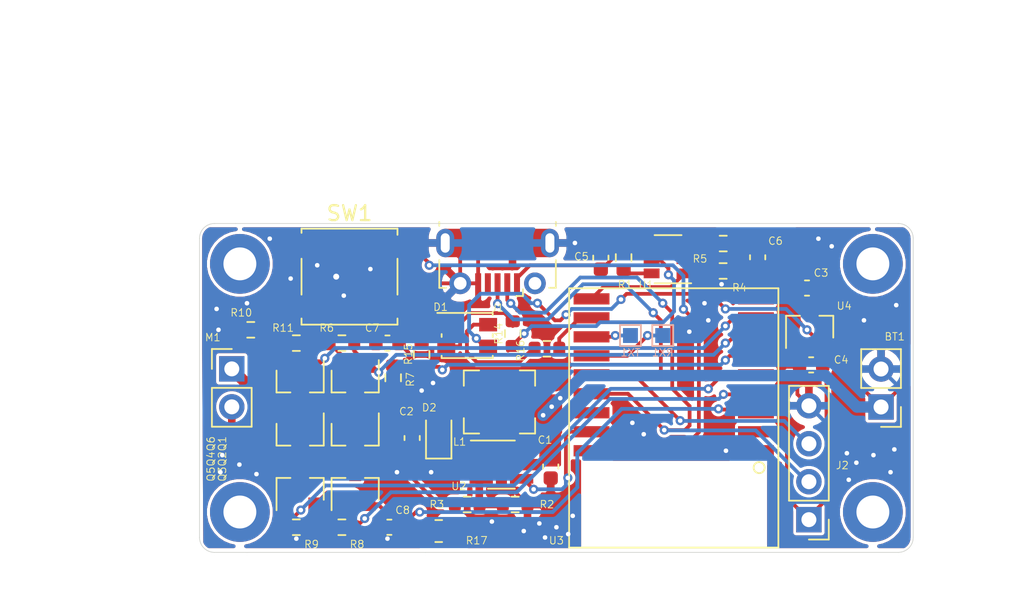
<source format=kicad_pcb>
(kicad_pcb (version 20171130) (host pcbnew "(5.1.9)-1")
  (layers (0 F.Cu signal) (31 B.Cu signal) (34 B.Paste user) (35 F.Paste user) (36 B.SilkS user) (37 F.SilkS user) (38 B.Mask user) (39 F.Mask user) (44 Edge.Cuts user))
  (net 0 "")
  (net 1 GND)
  (net 2 +BATT)
  (net 3 /VDD)
  (net 4 "Net-(R1-Pad1)")
  (net 5 /CHRG)
  (net 6 "Net-(U2-Pad6)")
  (net 7 /EN)
  (net 8 "Net-(U3-Pad16)")
  (net 9 +5V)
  (net 10 /SW)
  (net 11 /FB)
  (net 12 "Net-(C6-Pad1)")
  (net 13 /VBUS)
  (net 14 /BT)
  (net 15 "Net-(M1-Pad2)")
  (net 16 "Net-(M1-Pad1)")
  (net 17 "Net-(Q1-Pad3)")
  (net 18 /H2)
  (net 19 /L1)
  (net 20 "Net-(Q4-Pad1)")
  (net 21 /L2)
  (net 22 /H1)
  (net 23 /LEDR)
  (net 24 /LEDB)
  (net 25 "Net-(RX1-Pad1)")
  (net 26 "Net-(TX1-Pad1)")
  (net 27 /CHK_I)
  (net 28 /DAT)
  (net 29 "Net-(J1-Pad4)")
  (net 30 /CLK)
  (net 31 /STDBY)
  (net 32 "Net-(D1-Pad1)")
  (net 33 "Net-(D1-Pad4)")
  (net 34 "Net-(D1-Pad2)")
  (module Button_Switch_SMD:SW_Push_1P1T_NO_CK_KSC6xxJ (layer F.Cu) (at 73.66 71.501 180)
    (fp_text reference SW1 (at 0 4.24) (layer F.SilkS))
    (fp_text value SW_Push)
    (pad 2 smd rect (at 2.9 2 180) (size 2.8 1) (layers F.Cu F.Paste F.Mask) (net 14 /BT))
    (pad 2 smd rect (at -2.9 2 180) (size 2.8 1) (layers F.Cu F.Paste F.Mask) (net 14 /BT))
    (pad 1 smd rect (at 2.9 -2 180) (size 2.8 1) (layers F.Cu F.Paste F.Mask) (net 1 GND))
    (pad 1 smd rect (at -2.9 -2 180) (size 2.8 1) (layers F.Cu F.Paste F.Mask) (net 1 GND))
  )
  (module LED_SMD:LED_Kingbright_AAA3528ESGCT (layer F.Cu) (at 81.534 75.438)
    (fp_text reference D1 (at -1.778 -1.905) (layer F.SilkS) (effects (font (size 0.5 0.5) (thickness 0.06))))
    (fp_text value LED_RBAG)
    (pad 1 smd rect (at -1.4 -0.725) (size 1.2 0.9) (layers F.Cu F.Paste F.Mask) (net 32 "Net-(D1-Pad1)"))
    (pad 3 smd rect (at 1.4 0.725) (size 1.2 0.9) (layers F.Cu F.Paste F.Mask) (net 3 /VDD))
    (pad 4 smd rect (at -1.4 0.725) (size 1.2 0.9) (layers F.Cu F.Paste F.Mask) (net 33 "Net-(D1-Pad4)"))
    (pad 2 smd rect (at 1.4 -0.725) (size 1.2 0.9) (layers F.Cu F.Paste F.Mask) (net 34 "Net-(D1-Pad2)"))
  )
  (module MyFoot:R2R4 (layer F.Cu) (at 108.673 70.645)
    (fp_text reference 0)
    (fp_text value R2R4)
    (pad "" thru_hole circle (at 0 0) (size 4 4) (drill 2.2) (layers *.Cu *.Mask))
  )
  (module MyFoot:R2R4 (layer F.Cu) (at 108.673 87.245)
    (fp_text reference 0)
    (fp_text value R2R4)
    (pad "" thru_hole circle (at 0 0) (size 4 4) (drill 2.2) (layers *.Cu *.Mask))
  )
  (module MyFoot:R2R4 (layer F.Cu) (at 66.327 87.245)
    (fp_text reference 0)
    (fp_text value R2R4)
    (pad "" thru_hole circle (at 0 0) (size 4 4) (drill 2.2) (layers *.Cu *.Mask))
  )
  (module MyFoot:R2R4 (layer F.Cu) (at 66.327 70.645)
    (fp_text reference 0)
    (fp_text value R2R4)
    (pad "" thru_hole circle (at 0 0) (size 4 4) (drill 2.2) (layers *.Cu *.Mask))
  )
  (module Resistor_SMD:R_0603_1608Metric (layer F.Cu) (at 73.152 88.265 180)
    (fp_text reference R8 (at -1.016 -1.143) (layer F.SilkS) (effects (font (size 0.5 0.5) (thickness 0.06))))
    (fp_text value 10k)
    (pad 2 smd roundrect (at 0.825 0 180) (size 0.8 0.95) (layers F.Cu F.Paste F.Mask) (net 1 GND))
    (pad 1 smd roundrect (at -0.825 0 180) (size 0.8 0.95) (layers F.Cu F.Paste F.Mask) (net 19 /L1))
  )
  (module Connector_USB:USB_Micro-B_Molex-105017-0001 (layer F.Cu) (at 83.566 70.485 180)
    (fp_text reference J1 (at 0 -3.1125) (layer F.SilkS) (effects (font (size 0.5 0.5) (thickness 0.06))))
    (fp_text value USB_B_Micro)
    (pad 6 smd rect (at 1 1.2375 180) (size 1.5 1.9) (layers F.Cu F.Paste F.Mask) (net 1 GND))
    (pad 6 thru_hole circle (at -2.5 -1.4625 180) (size 1.45 1.45) (drill 0.85) (layers *.Cu *.Mask))
    (pad 2 smd rect (at -0.65 -1.4625 180) (size 0.4 1.35) (layers F.Cu F.Paste F.Mask) (net 30 /CLK))
    (pad 1 smd rect (at -1.3 -1.4625 180) (size 0.4 1.35) (layers F.Cu F.Paste F.Mask) (net 9 +5V))
    (pad 5 smd rect (at 1.3 -1.4625 180) (size 0.4 1.35) (layers F.Cu F.Paste F.Mask) (net 1 GND))
    (pad 4 smd rect (at 0.65 -1.4625 180) (size 0.4 1.35) (layers F.Cu F.Paste F.Mask) (net 29 "Net-(J1-Pad4)"))
    (pad 3 smd rect (at 0 -1.4625 180) (size 0.4 1.35) (layers F.Cu F.Paste F.Mask) (net 28 /DAT))
    (pad 6 thru_hole circle (at 2.5 -1.4625 180) (size 1.45 1.45) (drill 0.85) (layers *.Cu *.Mask) (net 1 GND))
    (pad 6 smd rect (at -1 1.2375 180) (size 1.5 1.9) (layers F.Cu F.Paste F.Mask) (net 1 GND))
    (pad 6 thru_hole oval (at -3.5 1.2375) (size 1.2 1.9) (drill oval 0.6 1.3) (layers *.Cu *.Mask) (net 1 GND))
    (pad 6 thru_hole oval (at 3.5 1.2375 180) (size 1.2 1.9) (drill oval 0.6 1.3) (layers *.Cu *.Mask) (net 1 GND))
    (pad 6 smd rect (at 2.9 1.2375 180) (size 1.2 1.9) (layers F.Cu F.Mask) (net 1 GND))
    (pad 6 smd rect (at -2.9 1.2375 180) (size 1.2 1.9) (layers F.Cu F.Mask) (net 1 GND))
  )
  (module Resistor_SMD:R_0805_2012Metric (layer F.Cu) (at 79.629 88.519)
    (fp_text reference R17 (at 2.54 0.635) (layer F.SilkS) (effects (font (size 0.5 0.5) (thickness 0.06))))
    (fp_text value 1R)
    (pad 2 smd roundrect (at 0.9125 0) (size 1.025 1.4) (layers F.Cu F.Paste F.Mask) (roundrect_rratio 0.2439014634146341) (net 1 GND))
    (pad 1 smd roundrect (at -0.9125 0) (size 1.025 1.4) (layers F.Cu F.Paste F.Mask) (roundrect_rratio 0.2439014634146341) (net 27 /CHK_I))
  )
  (module Diode_SMD:D_SOD-323 (layer F.Cu) (at 79.629 82.169 90)
    (fp_text reference D2 (at 1.905 -0.635 180) (layer F.SilkS) (effects (font (size 0.5 0.5) (thickness 0.06))))
    (fp_text value D_Schottky)
    (pad 2 smd rect (at 1.05 0 90) (size 0.6 0.45) (layers F.Cu F.Paste F.Mask) (net 10 /SW))
    (pad 1 smd rect (at -1.05 0 90) (size 0.6 0.45) (layers F.Cu F.Paste F.Mask) (net 13 /VBUS))
  )
  (module Capacitor_SMD:C_0603_1608Metric (layer F.Cu) (at 76.327 88.265 180)
    (fp_text reference C8 (at -0.889 1.143) (layer F.SilkS) (effects (font (size 0.5 0.5) (thickness 0.06))))
    (fp_text value 10uf)
    (pad 2 smd roundrect (at 0.775 0 180) (size 0.9 0.95) (layers F.Cu F.Paste F.Mask) (net 1 GND))
    (pad 1 smd roundrect (at -0.775 0 180) (size 0.9 0.95) (layers F.Cu F.Paste F.Mask) (net 27 /CHK_I))
  )
  (module Capacitor_SMD:C_0603_1608Metric (layer F.Cu) (at 76.2 75.946)
    (fp_text reference C7 (at -1.016 -1.016) (layer F.SilkS) (effects (font (size 0.5 0.5) (thickness 0.06))))
    (fp_text value 0.1uf)
    (pad 2 smd roundrect (at 0.775 0) (size 0.9 0.95) (layers F.Cu F.Paste F.Mask) (net 1 GND))
    (pad 1 smd roundrect (at -0.775 0) (size 0.9 0.95) (layers F.Cu F.Paste F.Mask) (net 14 /BT))
  )
  (module Capacitor_SMD:C_0603_1608Metric (layer F.Cu) (at 100.965 70.2056 270)
    (fp_text reference C6 (at -1.0922 -1.1938 180) (layer F.SilkS) (effects (font (size 0.5 0.5) (thickness 0.06))))
    (fp_text value 0.1uf)
    (pad 2 smd roundrect (at 0.775 0 270) (size 0.9 0.95) (layers F.Cu F.Paste F.Mask) (net 1 GND))
    (pad 1 smd roundrect (at -0.775 0 270) (size 0.9 0.95) (layers F.Cu F.Paste F.Mask) (net 12 "Net-(C6-Pad1)"))
  )
  (module Capacitor_SMD:C_0603_1608Metric (layer F.Cu) (at 90.4748 70.231 90)
    (fp_text reference C5 (at 0.0762 -1.2954 180) (layer F.SilkS) (effects (font (size 0.5 0.5) (thickness 0.06))))
    (fp_text value 4.7uf)
    (pad 2 smd roundrect (at 0.775 0 90) (size 0.9 0.95) (layers F.Cu F.Paste F.Mask) (net 1 GND))
    (pad 1 smd roundrect (at -0.775 0 90) (size 0.9 0.95) (layers F.Cu F.Paste F.Mask) (net 9 +5V))
  )
  (module Capacitor_SMD:C_0603_1608Metric (layer F.Cu) (at 104.544 77.40325 180)
    (fp_text reference C4 (at -2.009 0.33965) (layer F.SilkS) (effects (font (size 0.5 0.5) (thickness 0.06))))
    (fp_text value 1uf)
    (pad 2 smd roundrect (at 0.775 0 180) (size 0.9 0.95) (layers F.Cu F.Paste F.Mask) (net 1 GND))
    (pad 1 smd roundrect (at -0.775 0 180) (size 0.9 0.95) (layers F.Cu F.Paste F.Mask) (net 3 /VDD))
  )
  (module Capacitor_SMD:C_0603_1608Metric (layer F.Cu) (at 104.267 72.263)
    (fp_text reference C3 (at 0.9398 -1.016) (layer F.SilkS) (effects (font (size 0.5 0.5) (thickness 0.06))))
    (fp_text value 1uf)
    (pad 2 smd roundrect (at 0.775 0) (size 0.9 0.95) (layers F.Cu F.Paste F.Mask) (net 1 GND))
    (pad 1 smd roundrect (at -0.775 0) (size 0.9 0.95) (layers F.Cu F.Paste F.Mask) (net 2 +BATT))
  )
  (module Capacitor_SMD:C_0603_1608Metric (layer F.Cu) (at 77.851 82.296 90)
    (fp_text reference C2 (at 1.778 -0.381 180) (layer F.SilkS) (effects (font (size 0.5 0.5) (thickness 0.06))))
    (fp_text value 22uf)
    (pad 2 smd roundrect (at 0.775 0 90) (size 0.9 0.95) (layers F.Cu F.Paste F.Mask) (net 1 GND))
    (pad 1 smd roundrect (at -0.775 0 90) (size 0.9 0.95) (layers F.Cu F.Paste F.Mask) (net 13 /VBUS))
  )
  (module Capacitor_SMD:C_0603_1608Metric (layer F.Cu) (at 87.122 84.201 90)
    (fp_text reference C1 (at 1.778 -0.381 180) (layer F.SilkS) (effects (font (size 0.5 0.5) (thickness 0.06))))
    (fp_text value 22uf)
    (pad 2 smd roundrect (at 0.775 0 90) (size 0.9 0.95) (layers F.Cu F.Paste F.Mask) (net 2 +BATT))
    (pad 1 smd roundrect (at -0.775 0 90) (size 0.9 0.95) (layers F.Cu F.Paste F.Mask) (net 1 GND))
  )
  (module Custom:LEM5010 (layer F.Cu) (at 95.3516 80.9244 180)
    (fp_text reference U3 (at 7.8486 -8.2296 180) (layer F.SilkS) (effects (font (size 0.5 0.5) (thickness 0.06))))
    (fp_text value LEM5010)
    (pad 18 smd rect (at 5.5 -2.222) (size 2.4 0.75) (layers F.Cu F.Paste F.Mask) (net 14 /BT))
    (pad 17 smd rect (at 5.5 -0.952) (size 2.4 0.75) (layers F.Cu F.Paste F.Mask) (net 7 /EN))
    (pad 16 smd rect (at 5.5 0.318) (size 2.4 0.75) (layers F.Cu F.Paste F.Mask) (net 8 "Net-(U3-Pad16)"))
    (pad 15 smd rect (at 5.5 1.588) (size 2.4 0.75) (layers F.Cu F.Paste F.Mask) (net 30 /CLK))
    (pad 14 smd rect (at 5.5 2.858) (size 2.4 0.75) (layers F.Cu F.Paste F.Mask) (net 28 /DAT))
    (pad 13 smd rect (at 5.5 4.128) (size 2.4 0.75) (layers F.Cu F.Paste F.Mask) (net 25 "Net-(RX1-Pad1)"))
    (pad 12 smd rect (at 5.5 5.398) (size 2.4 0.75) (layers F.Cu F.Paste F.Mask) (net 26 "Net-(TX1-Pad1)"))
    (pad 11 smd rect (at 5.5 6.668) (size 2.4 0.75) (layers F.Cu F.Paste F.Mask) (net 24 /LEDB))
    (pad 10 smd rect (at 5.5 7.938 180) (size 2.4 0.75) (layers F.Cu F.Paste F.Mask) (net 5 /CHRG))
    (pad 9 smd rect (at -5.5 7.938 180) (size 2.4 0.75) (layers F.Cu F.Paste F.Mask) (net 12 "Net-(C6-Pad1)"))
    (pad 8 smd rect (at -5.5 6.668 180) (size 2.4 0.75) (layers F.Cu F.Paste F.Mask) (net 22 /H1))
    (pad 7 smd rect (at -5.5 5.398 180) (size 2.4 0.75) (layers F.Cu F.Paste F.Mask) (net 18 /H2))
    (pad 6 smd rect (at -5.5 4.128 180) (size 2.4 0.75) (layers F.Cu F.Paste F.Mask) (net 23 /LEDR))
    (pad 5 smd rect (at -5.5 2.858 180) (size 2.4 0.75) (layers F.Cu F.Paste F.Mask) (net 21 /L2))
    (pad 4 smd rect (at -5.5 1.588 180) (size 2.4 0.75) (layers F.Cu F.Paste F.Mask) (net 19 /L1))
    (pad 3 smd rect (at -5.5 0.318 180) (size 2.4 0.75) (layers F.Cu F.Paste F.Mask) (net 27 /CHK_I))
    (pad 2 smd rect (at -5.5 -0.952 180) (size 2.4 0.75) (layers F.Cu F.Paste F.Mask) (net 3 /VDD))
    (pad 1 smd rect (at -5.5 -2.222 180) (size 2.4 0.75) (layers F.Cu F.Paste F.Mask) (net 1 GND))
  )
  (module Connector_PinHeader_2.54mm:PinHeader_1x02_P2.54mm_Vertical (layer F.Cu) (at 65.786 77.67)
    (fp_text reference M1 (at -1.27 -2.105) (layer F.SilkS) (effects (font (size 0.5 0.5) (thickness 0.06))))
    (fp_text value Motor_DC)
    (pad 2 thru_hole oval (at 0 2.54) (size 1.7 1.7) (drill 1) (layers *.Cu *.Mask) (net 15 "Net-(M1-Pad2)"))
    (pad 1 thru_hole rect (at 0 0) (size 1.7 1.7) (drill 1) (layers *.Cu *.Mask) (net 16 "Net-(M1-Pad1)"))
  )
  (module TestPoint:TestPoint_Pad_1.0x1.0mm (layer B.Cu) (at 92.456 75.438)
    (fp_text reference TX1 (at 0 1.143) (layer B.SilkS) (effects (font (size 0.5 0.5) (thickness 0.06)) (justify mirror)))
    (fp_text value tx)
    (pad 1 smd rect (at 0 0) (size 1 1) (layers B.Cu B.Mask) (net 26 "Net-(TX1-Pad1)"))
  )
  (module TestPoint:TestPoint_Pad_1.0x1.0mm (layer B.Cu) (at 94.615 75.438)
    (fp_text reference RX1 (at 0 1.143) (layer B.SilkS) (effects (font (size 0.5 0.5) (thickness 0.06)) (justify mirror)))
    (fp_text value rx)
    (pad 1 smd rect (at 0 0) (size 1 1) (layers B.Cu B.Mask) (net 25 "Net-(RX1-Pad1)"))
  )
  (module Resistor_SMD:R_0603_1608Metric (layer F.Cu) (at 86.868 76.327)
    (fp_text reference R16 (at -1.766 0.127 270) (layer F.SilkS) (effects (font (size 0.5 0.5) (thickness 0.06))))
    (fp_text value 1k)
    (pad 2 smd roundrect (at 0.825 0) (size 0.8 0.95) (layers F.Cu F.Paste F.Mask) (net 24 /LEDB))
    (pad 1 smd roundrect (at -0.825 0) (size 0.8 0.95) (layers F.Cu F.Paste F.Mask) (net 34 "Net-(D1-Pad2)"))
  )
  (module Resistor_SMD:R_0603_1608Metric (layer F.Cu) (at 78.486 76.708 270)
    (fp_text reference R15 (at -0.0254 0.889 90) (layer F.SilkS) (effects (font (size 0.5 0.5) (thickness 0.06))))
    (fp_text value 1k)
    (pad 2 smd roundrect (at 0.825 0 270) (size 0.8 0.95) (layers F.Cu F.Paste F.Mask) (net 23 /LEDR))
    (pad 1 smd roundrect (at -0.825 0 270) (size 0.8 0.95) (layers F.Cu F.Paste F.Mask) (net 32 "Net-(D1-Pad1)"))
  )
  (module Resistor_SMD:R_0603_1608Metric (layer F.Cu) (at 84.582 75.311 270)
    (fp_text reference R14 (at 0 0.9398 90) (layer F.SilkS) (effects (font (size 0.5 0.5) (thickness 0.06))))
    (fp_text value 1k)
    (pad 1 smd roundrect (at -0.825 0 270) (size 0.8 0.95) (layers F.Cu F.Paste F.Mask) (net 33 "Net-(D1-Pad4)"))
    (pad 2 smd roundrect (at 0.825 0 270) (size 0.8 0.95) (layers F.Cu F.Paste F.Mask) (net 31 /STDBY))
  )
  (module Resistor_SMD:R_0603_1608Metric (layer F.Cu) (at 70.104 75.946 180)
    (fp_text reference R11 (at 0.889 1.016) (layer F.SilkS) (effects (font (size 0.5 0.5) (thickness 0.06))))
    (fp_text value 10k)
    (pad 2 smd roundrect (at 0.825 0 180) (size 0.8 0.95) (layers F.Cu F.Paste F.Mask) (net 1 GND))
    (pad 1 smd roundrect (at -0.825 0 180) (size 0.8 0.95) (layers F.Cu F.Paste F.Mask) (net 22 /H1))
  )
  (module Resistor_SMD:R_0603_1608Metric (layer F.Cu) (at 67.056 75.057)
    (fp_text reference R10 (at -0.635 -1.143) (layer F.SilkS) (effects (font (size 0.5 0.5) (thickness 0.06))))
    (fp_text value 1k)
    (pad 2 smd roundrect (at 0.825 0) (size 0.8 0.95) (layers F.Cu F.Paste F.Mask) (net 20 "Net-(Q4-Pad1)"))
    (pad 1 smd roundrect (at -0.825 0) (size 0.8 0.95) (layers F.Cu F.Paste F.Mask) (net 13 /VBUS))
  )
  (module Resistor_SMD:R_0603_1608Metric (layer F.Cu) (at 70.104 88.265)
    (fp_text reference R9 (at 1.016 1.143 180) (layer F.SilkS) (effects (font (size 0.5 0.5) (thickness 0.06))))
    (fp_text value 10k)
    (pad 2 smd roundrect (at 0.825 0) (size 0.8 0.95) (layers F.Cu F.Paste F.Mask) (net 1 GND))
    (pad 1 smd roundrect (at -0.825 0) (size 0.8 0.95) (layers F.Cu F.Paste F.Mask) (net 21 /L2))
  )
  (module Resistor_SMD:R_0603_1608Metric (layer F.Cu) (at 76.581 78.266 90)
    (fp_text reference R7 (at -0.115668 1.143 90) (layer F.SilkS) (effects (font (size 0.5 0.5) (thickness 0.06))))
    (fp_text value 1k)
    (pad 2 smd roundrect (at 0.825 0 90) (size 0.8 0.95) (layers F.Cu F.Paste F.Mask) (net 17 "Net-(Q1-Pad3)"))
    (pad 1 smd roundrect (at -0.825 0 90) (size 0.8 0.95) (layers F.Cu F.Paste F.Mask) (net 13 /VBUS))
  )
  (module Resistor_SMD:R_0603_1608Metric (layer F.Cu) (at 73.152 75.946 180)
    (fp_text reference R6 (at 1.016 1.016) (layer F.SilkS) (effects (font (size 0.5 0.5) (thickness 0.06))))
    (fp_text value 10k)
    (pad 2 smd roundrect (at 0.825 0 180) (size 0.8 0.95) (layers F.Cu F.Paste F.Mask) (net 1 GND))
    (pad 1 smd roundrect (at -0.825 0 180) (size 0.8 0.95) (layers F.Cu F.Paste F.Mask) (net 18 /H2))
  )
  (module Package_TO_SOT_SMD:SOT-23 (layer F.Cu) (at 70.358 78.486 270)
    (fp_text reference Q6 (at 4.191 5.969 90) (layer F.SilkS) (effects (font (size 0.5 0.5) (thickness 0.06))))
    (fp_text value Q_NMOS_GSD)
    (pad 3 smd rect (at 1 0 270) (size 0.9 0.8) (layers F.Cu F.Paste F.Mask) (net 20 "Net-(Q4-Pad1)"))
    (pad 2 smd rect (at -1 0.95 270) (size 0.9 0.8) (layers F.Cu F.Paste F.Mask) (net 1 GND))
    (pad 1 smd rect (at -1 -0.95 270) (size 0.9 0.8) (layers F.Cu F.Paste F.Mask) (net 22 /H1))
  )
  (module Package_TO_SOT_SMD:SOT-23 (layer F.Cu) (at 70.358 85.725 90)
    (fp_text reference Q5 (at 1.016 -5.969 90) (layer F.SilkS) (effects (font (size 0.5 0.5) (thickness 0.06))))
    (fp_text value Q_NMOS_GSD)
    (pad 3 smd rect (at 1 0 90) (size 0.9 0.8) (layers F.Cu F.Paste F.Mask) (net 16 "Net-(M1-Pad1)"))
    (pad 2 smd rect (at -1 0.95 90) (size 0.9 0.8) (layers F.Cu F.Paste F.Mask) (net 27 /CHK_I))
    (pad 1 smd rect (at -1 -0.95 90) (size 0.9 0.8) (layers F.Cu F.Paste F.Mask) (net 21 /L2))
  )
  (module Package_TO_SOT_SMD:SOT-23 (layer F.Cu) (at 70.358 82.042 270)
    (fp_text reference Q4 (at 1.651 5.969 90) (layer F.SilkS) (effects (font (size 0.5 0.5) (thickness 0.06))))
    (fp_text value Q_PMOS_GSD)
    (pad 3 smd rect (at 1 0 270) (size 0.9 0.8) (layers F.Cu F.Paste F.Mask) (net 16 "Net-(M1-Pad1)"))
    (pad 2 smd rect (at -1 0.95 270) (size 0.9 0.8) (layers F.Cu F.Paste F.Mask) (net 13 /VBUS))
    (pad 1 smd rect (at -1 -0.95 270) (size 0.9 0.8) (layers F.Cu F.Paste F.Mask) (net 20 "Net-(Q4-Pad1)"))
  )
  (module Package_TO_SOT_SMD:SOT-23 (layer F.Cu) (at 74.041 85.725 90)
    (fp_text reference Q3 (at 1.016 -8.89 90) (layer F.SilkS) (effects (font (size 0.5 0.5) (thickness 0.06))))
    (fp_text value Q_NMOS_GSD)
    (pad 3 smd rect (at 1 0 90) (size 0.9 0.8) (layers F.Cu F.Paste F.Mask) (net 15 "Net-(M1-Pad2)"))
    (pad 2 smd rect (at -1 0.95 90) (size 0.9 0.8) (layers F.Cu F.Paste F.Mask) (net 27 /CHK_I))
    (pad 1 smd rect (at -1 -0.95 90) (size 0.9 0.8) (layers F.Cu F.Paste F.Mask) (net 19 /L1))
  )
  (module Package_TO_SOT_SMD:SOT-23 (layer F.Cu) (at 74.041 82.042 270)
    (fp_text reference Q2 (at 1.651 8.89 90) (layer F.SilkS) (effects (font (size 0.5 0.5) (thickness 0.06))))
    (fp_text value Q_PMOS_GSD)
    (pad 3 smd rect (at 1 0 270) (size 0.9 0.8) (layers F.Cu F.Paste F.Mask) (net 15 "Net-(M1-Pad2)"))
    (pad 2 smd rect (at -1 0.95 270) (size 0.9 0.8) (layers F.Cu F.Paste F.Mask) (net 13 /VBUS))
    (pad 1 smd rect (at -1 -0.95 270) (size 0.9 0.8) (layers F.Cu F.Paste F.Mask) (net 17 "Net-(Q1-Pad3)"))
  )
  (module Package_TO_SOT_SMD:SOT-23 (layer F.Cu) (at 74.041 78.486 270)
    (fp_text reference Q1 (at 4.191 8.89 90) (layer F.SilkS) (effects (font (size 0.5 0.5) (thickness 0.06))))
    (fp_text value Q_NMOS_GSD)
    (pad 3 smd rect (at 1 0 270) (size 0.9 0.8) (layers F.Cu F.Paste F.Mask) (net 17 "Net-(Q1-Pad3)"))
    (pad 2 smd rect (at -1 0.95 270) (size 0.9 0.8) (layers F.Cu F.Paste F.Mask) (net 1 GND))
    (pad 1 smd rect (at -1 -0.95 270) (size 0.9 0.8) (layers F.Cu F.Paste F.Mask) (net 18 /H2))
  )
  (module Resistor_SMD:R_0603_1608Metric (layer F.Cu) (at 98.6536 71.12)
    (fp_text reference R5 (at -1.5494 -0.8128) (layer F.SilkS) (effects (font (size 0.5 0.5) (thickness 0.06))))
    (fp_text value 1M)
    (pad 2 smd roundrect (at 0.825 0) (size 0.8 0.95) (layers F.Cu F.Paste F.Mask) (net 12 "Net-(C6-Pad1)"))
    (pad 1 smd roundrect (at -0.825 0) (size 0.8 0.95) (layers F.Cu F.Paste F.Mask) (net 1 GND))
  )
  (module Resistor_SMD:R_0603_1608Metric (layer F.Cu) (at 98.6614 69.2856 180)
    (fp_text reference R4 (at -1.0844 -2.952) (layer F.SilkS) (effects (font (size 0.5 0.5) (thickness 0.06))))
    (fp_text value 1M)
    (pad 2 smd roundrect (at 0.825 0 180) (size 0.8 0.95) (layers F.Cu F.Paste F.Mask) (net 2 +BATT))
    (pad 1 smd roundrect (at -0.825 0 180) (size 0.8 0.95) (layers F.Cu F.Paste F.Mask) (net 12 "Net-(C6-Pad1)"))
  )
  (module Connector_PinHeader_2.54mm:PinHeader_1x04_P2.54mm_Vertical (layer F.Cu) (at 104.394 87.757 180)
    (fp_text reference J2 (at -2.2352 3.6322) (layer F.SilkS) (effects (font (size 0.5 0.5) (thickness 0.06))))
    (fp_text value Load)
    (pad 4 thru_hole oval (at 0 7.62 180) (size 1.7 1.7) (drill 1) (layers *.Cu *.Mask) (net 1 GND))
    (pad 3 thru_hole oval (at 0 5.08 180) (size 1.7 1.7) (drill 1) (layers *.Cu *.Mask) (net 28 /DAT))
    (pad 2 thru_hole oval (at 0 2.54 180) (size 1.7 1.7) (drill 1) (layers *.Cu *.Mask) (net 30 /CLK))
    (pad 1 thru_hole rect (at 0 0 180) (size 1.7 1.7) (drill 1) (layers *.Cu *.Mask) (net 3 /VDD))
  )
  (module Package_TO_SOT_SMD:SOT-23 (layer F.Cu) (at 104.444 74.8765 90)
    (fp_text reference U4 (at 1.4197 2.3122 180) (layer F.SilkS) (effects (font (size 0.5 0.5) (thickness 0.06))))
    (fp_text value SC662K)
    (pad 3 smd rect (at 1 0 90) (size 0.9 0.8) (layers F.Cu F.Paste F.Mask) (net 2 +BATT))
    (pad 2 smd rect (at -1 0.95 90) (size 0.9 0.8) (layers F.Cu F.Paste F.Mask) (net 3 /VDD))
    (pad 1 smd rect (at -1 -0.95 90) (size 0.9 0.8) (layers F.Cu F.Paste F.Mask) (net 1 GND))
  )
  (module Package_TO_SOT_SMD:SOT-23-6_Handsoldering (layer F.Cu) (at 83.823 84.074)
    (fp_text reference U2 (at -2.8478 1.4478) (layer F.SilkS) (effects (font (size 0.5 0.5) (thickness 0.06))))
    (fp_text value LN2220)
    (pad 5 smd rect (at 1.35 0) (size 1.56 0.65) (layers F.Cu F.Paste F.Mask) (net 2 +BATT))
    (pad 6 smd rect (at 1.35 -0.95) (size 1.56 0.65) (layers F.Cu F.Paste F.Mask) (net 6 "Net-(U2-Pad6)"))
    (pad 4 smd rect (at 1.35 0.95) (size 1.56 0.65) (layers F.Cu F.Paste F.Mask) (net 7 /EN))
    (pad 3 smd rect (at -1.35 0.95) (size 1.56 0.65) (layers F.Cu F.Paste F.Mask) (net 11 /FB))
    (pad 2 smd rect (at -1.35 0) (size 1.56 0.65) (layers F.Cu F.Paste F.Mask) (net 1 GND))
    (pad 1 smd rect (at -1.35 -0.95) (size 1.56 0.65) (layers F.Cu F.Paste F.Mask) (net 10 /SW))
  )
  (module Package_TO_SOT_SMD:SOT-23-6 (layer F.Cu) (at 94.9706 70.3326 180)
    (fp_text reference U1 (at 1.4732 -1.7272) (layer F.SilkS) (effects (font (size 0.5 0.5) (thickness 0.06))))
    (fp_text value TP4057)
    (pad 5 smd rect (at 1.1 0 180) (size 1.06 0.65) (layers F.Cu F.Paste F.Mask) (net 31 /STDBY))
    (pad 6 smd rect (at 1.1 -0.95 180) (size 1.06 0.65) (layers F.Cu F.Paste F.Mask) (net 4 "Net-(R1-Pad1)"))
    (pad 4 smd rect (at 1.1 0.95 180) (size 1.06 0.65) (layers F.Cu F.Paste F.Mask) (net 9 +5V))
    (pad 3 smd rect (at -1.1 0.95 180) (size 1.06 0.65) (layers F.Cu F.Paste F.Mask) (net 2 +BATT))
    (pad 2 smd rect (at -1.1 0 180) (size 1.06 0.65) (layers F.Cu F.Paste F.Mask) (net 1 GND))
    (pad 1 smd rect (at -1.1 -0.95 180) (size 1.06 0.65) (layers F.Cu F.Paste F.Mask) (net 5 /CHRG))
  )
  (module Resistor_SMD:R_0603_1608Metric (layer F.Cu) (at 81.534 86.741 180)
    (fp_text reference R3 (at 2.032 0) (layer F.SilkS) (effects (font (size 0.5 0.5) (thickness 0.06))))
    (fp_text value 165k)
    (pad 2 smd roundrect (at 0.825 0 180) (size 0.8 0.95) (layers F.Cu F.Paste F.Mask) (net 13 /VBUS))
    (pad 1 smd roundrect (at -0.825 0 180) (size 0.8 0.95) (layers F.Cu F.Paste F.Mask) (net 11 /FB))
  )
  (module Resistor_SMD:R_0603_1608Metric (layer F.Cu) (at 84.743 86.741 180)
    (fp_text reference R2 (at -2.125 0) (layer F.SilkS) (effects (font (size 0.5 0.5) (thickness 0.06))))
    (fp_text value 20k)
    (pad 2 smd roundrect (at 0.825 0 180) (size 0.8 0.95) (layers F.Cu F.Paste F.Mask) (net 11 /FB))
    (pad 1 smd roundrect (at -0.825 0 180) (size 0.8 0.95) (layers F.Cu F.Paste F.Mask) (net 1 GND))
  )
  (module Resistor_SMD:R_0603_1608Metric (layer F.Cu) (at 91.9988 70.231 90)
    (fp_text reference R1 (at -1.8034 0.1016) (layer F.SilkS) (effects (font (size 0.5 0.5) (thickness 0.06))))
    (fp_text value 2K)
    (pad 2 smd roundrect (at 0.825 0 90) (size 0.8 0.95) (layers F.Cu F.Paste F.Mask) (net 1 GND))
    (pad 1 smd roundrect (at -0.825 0 90) (size 0.8 0.95) (layers F.Cu F.Paste F.Mask) (net 4 "Net-(R1-Pad1)"))
  )
  (module Inductor_SMD:L_Bourns-SRN4018 (layer F.Cu) (at 83.693 79.883)
    (fp_text reference L1 (at -2.667 2.667) (layer F.SilkS) (effects (font (size 0.5 0.5) (thickness 0.06))))
    (fp_text value 3.3uH)
    (pad 2 smd rect (at 1.525 0) (size 1.5 3.6) (layers F.Cu F.Paste F.Mask) (net 2 +BATT))
    (pad 1 smd rect (at -1.525 0) (size 1.5 3.6) (layers F.Cu F.Paste F.Mask) (net 10 /SW))
  )
  (module Connector_PinHeader_2.54mm:PinHeader_1x02_P2.54mm_Vertical (layer F.Cu) (at 109.22 80.22 180)
    (fp_text reference BT1 (at -0.9144 4.7058) (layer F.SilkS) (effects (font (size 0.5 0.5) (thickness 0.06))))
    (fp_text value Battery)
    (pad 2 thru_hole oval (at 0 2.54 180) (size 1.7 1.7) (drill 1) (layers *.Cu *.Mask) (net 1 GND))
    (pad 1 thru_hole rect (at 0 0 180) (size 1.7 1.7) (drill 1) (layers *.Cu *.Mask) (net 2 +BATT))
  )
  (gr_arc (start 110.373 88.945) (end 110.373 89.945) (angle -90) (layer Edge.Cuts) (width 0.05))
  (gr_arc (start 64.627 88.945) (end 63.627 88.945) (angle -90) (layer Edge.Cuts) (width 0.05))
  (gr_arc (start 110.373 68.945) (end 111.373 68.945) (angle -90) (layer Edge.Cuts) (width 0.05))
  (gr_line (start 111.373 68.945) (end 111.373 88.945) (layer Edge.Cuts) (width 0.05))
  (gr_line (start 64.627 89.945) (end 66.802 89.945) (layer Edge.Cuts) (width 0.05))
  (gr_arc (start 64.627 68.945) (end 64.627 67.945) (angle -90) (layer Edge.Cuts) (width 0.05))
  (gr_line (start 66.04 67.945) (end 64.627 67.945) (layer Edge.Cuts) (width 0.05))
  (gr_line (start 66.04 67.945) (end 110.373 67.945) (layer Edge.Cuts) (width 0.05))
  (gr_line (start 63.627 88.945) (end 63.627 68.945) (layer Edge.Cuts) (width 0.05))
  (gr_line (start 78.74 89.945) (end 66.802 89.945) (layer Edge.Cuts) (width 0.05))
  (gr_line (start 78.74 89.945) (end 110.373 89.945) (layer Edge.Cuts) (width 0.05))
  (segment (start 103.494 76.0035) (end 103.494 75.9316) (width 0.25) (layer F.Cu) (net 1))
  (segment (start 103.6815 76.1191) (end 103.6815 77.53025) (width 0.25) (layer F.Cu) (net 1))
  (segment (start 103.494 75.9316) (end 103.6815 76.1191) (width 0.25) (layer F.Cu) (net 1))
  (segment (start 104.394 80.0862) (end 104.394 80.137) (width 0.25) (layer F.Cu) (net 1))
  (segment (start 103.6815 77.53025) (end 103.62255 77.53025) (width 0.25) (layer F.Cu) (net 1))
  (segment (start 103.62255 77.53025) (end 103.62255 79.36555) (width 0.25) (layer F.Cu) (net 1))
  (segment (start 103.62255 79.36555) (end 104.394 80.137) (width 0.25) (layer F.Cu) (net 1))
  (segment (start 87.122 84.7865) (end 87.3493 84.7865) (width 0.25) (layer F.Cu) (net 1))
  (segment (start 100.8516 83.1464) (end 100.7496 83.1464) (width 0.25) (layer F.Cu) (net 1))
  (segment (start 83.507 84.074) (end 83.82 84.387) (width 0.254) (layer F.Cu) (net 1))
  (segment (start 82.473 84.074) (end 83.507 84.074) (width 0.254) (layer F.Cu) (net 1))
  (segment (start 83.82 85.364602) (end 84.307398 85.852) (width 0.254) (layer F.Cu) (net 1))
  (segment (start 83.82 84.387) (end 83.82 85.364602) (width 0.254) (layer F.Cu) (net 1))
  (segment (start 84.679 85.852) (end 85.568 86.741) (width 0.254) (layer F.Cu) (net 1))
  (segment (start 84.307398 85.852) (end 84.679 85.852) (width 0.254) (layer F.Cu) (net 1))
  (segment (start 105.2065 72.34975) (end 105.2795 72.34975) (width 0.254) (layer F.Cu) (net 1))
  (segment (start 105.2795 72.34975) (end 105.4065 72.47675) (width 0.254) (layer F.Cu) (net 1))
  (segment (start 69.685 73.751) (end 69.687 73.751) (width 0.508) (layer F.Cu) (net 1))
  (segment (start 69.279 74.159) (end 69.279 75.946) (width 0.508) (layer F.Cu) (net 1))
  (segment (start 69.687 73.751) (end 69.279 74.159) (width 0.508) (layer F.Cu) (net 1))
  (segment (start 76.975 74.411) (end 77.635 73.751) (width 0.254) (layer F.Cu) (net 1))
  (segment (start 76.975 75.946) (end 76.975 74.411) (width 0.254) (layer F.Cu) (net 1))
  (segment (start 69.408 76.075) (end 69.279 75.946) (width 0.254) (layer F.Cu) (net 1))
  (segment (start 69.408 77.486) (end 69.408 76.075) (width 0.254) (layer F.Cu) (net 1))
  (segment (start 70.132 73.751) (end 69.685 73.751) (width 0.254) (layer F.Cu) (net 1))
  (segment (start 72.327 75.946) (end 70.132 73.751) (width 0.254) (layer F.Cu) (net 1))
  (segment (start 73.091 76.71) (end 72.327 75.946) (width 0.254) (layer F.Cu) (net 1))
  (segment (start 73.091 77.486) (end 73.091 76.71) (width 0.254) (layer F.Cu) (net 1))
  (segment (start 79.4385 71.9475) (end 81.066 71.9475) (width 0.254) (layer F.Cu) (net 1))
  (segment (start 77.635 73.751) (end 79.4385 71.9475) (width 0.254) (layer F.Cu) (net 1))
  (segment (start 70.521 73.751) (end 72.771 71.501) (width 0.254) (layer F.Cu) (net 1))
  (via (at 72.771 71.501) (size 0.8) (drill 0.4) (layers F.Cu B.Cu) (net 1))
  (segment (start 69.685 73.751) (end 70.521 73.751) (width 0.254) (layer F.Cu) (net 1))
  (segment (start 75.0245 69.2475) (end 80.066 69.2475) (width 0.254) (layer B.Cu) (net 1))
  (segment (start 72.771 71.501) (end 75.0245 69.2475) (width 0.254) (layer B.Cu) (net 1))
  (segment (start 80.666 69.2475) (end 82.566 69.2475) (width 0.254) (layer F.Cu) (net 1))
  (segment (start 82.566 69.2475) (end 84.566 69.2475) (width 0.254) (layer F.Cu) (net 1))
  (segment (start 81.066 71.9475) (end 81.2185 71.9475) (width 0.254) (layer F.Cu) (net 1))
  (segment (start 81.2185 71.9475) (end 82.266 71.9475) (width 0.254) (layer F.Cu) (net 1))
  (segment (start 82.266 69.5475) (end 82.566 69.2475) (width 0.254) (layer F.Cu) (net 1))
  (segment (start 82.266 71.9475) (end 82.266 69.5475) (width 0.254) (layer F.Cu) (net 1))
  (segment (start 86.466 69.2475) (end 84.566 69.2475) (width 0.254) (layer F.Cu) (net 1))
  (segment (start 70.929 88.265) (end 72.327 88.265) (width 0.254) (layer F.Cu) (net 1))
  (segment (start 72.327 88.265) (end 72.517 88.265) (width 0.254) (layer F.Cu) (net 1))
  (segment (start 72.517 88.265) (end 73.31901 89.06701) (width 0.254) (layer F.Cu) (net 1))
  (segment (start 74.74999 89.06701) (end 75.552 88.265) (width 0.254) (layer F.Cu) (net 1))
  (segment (start 73.31901 89.06701) (end 74.74999 89.06701) (width 0.254) (layer F.Cu) (net 1))
  (segment (start 85.568 86.741) (end 86.36 86.741) (width 0.508) (layer F.Cu) (net 1))
  (segment (start 87.122 85.979) (end 87.122 84.976) (width 0.508) (layer F.Cu) (net 1))
  (segment (start 86.36 86.741) (end 87.122 85.979) (width 0.508) (layer F.Cu) (net 1))
  (segment (start 80.5415 88.519) (end 85.3186 88.519) (width 0.508) (layer F.Cu) (net 1))
  (segment (start 87.122 87.249) (end 87.122 84.976) (width 0.508) (layer F.Cu) (net 1))
  (segment (start 85.852 88.519) (end 86.36 88.011) (width 0.508) (layer F.Cu) (net 1))
  (segment (start 90.5711 69.2475) (end 90.7288 69.4052) (width 0.254) (layer F.Cu) (net 1))
  (segment (start 87.066 69.2475) (end 88.7405 69.2475) (width 0.254) (layer F.Cu) (net 1))
  (segment (start 90.7288 69.4052) (end 90.7418 69.4052) (width 0.254) (layer F.Cu) (net 1))
  (segment (start 97.0412 70.3326) (end 97.8286 71.12) (width 0.254) (layer F.Cu) (net 1))
  (segment (start 96.0706 70.3326) (end 97.0412 70.3326) (width 0.254) (layer F.Cu) (net 1))
  (segment (start 100.965 70.9806) (end 100.965 70.993) (width 0.254) (layer F.Cu) (net 1))
  (segment (start 103.772 70.993) (end 105.042 72.263) (width 0.254) (layer F.Cu) (net 1))
  (segment (start 100.965 70.993) (end 103.772 70.993) (width 0.254) (layer F.Cu) (net 1))
  (segment (start 109.22 76.441) (end 109.22 77.68) (width 0.254) (layer F.Cu) (net 1))
  (segment (start 105.042 72.263) (end 109.22 76.441) (width 0.254) (layer F.Cu) (net 1))
  (segment (start 91.9488 69.456) (end 91.9988 69.406) (width 0.254) (layer F.Cu) (net 1))
  (segment (start 90.4748 69.456) (end 91.9488 69.456) (width 0.254) (layer F.Cu) (net 1))
  (segment (start 91.9988 69.406) (end 92.265 69.406) (width 0.254) (layer F.Cu) (net 1))
  (segment (start 92.265 69.406) (end 92.940401 68.730599) (width 0.254) (layer F.Cu) (net 1))
  (segment (start 94.662201 68.730599) (end 94.996 69.064398) (width 0.254) (layer F.Cu) (net 1))
  (segment (start 92.940401 68.730599) (end 94.662201 68.730599) (width 0.254) (layer F.Cu) (net 1))
  (segment (start 95.576998 70.3326) (end 96.0706 70.3326) (width 0.254) (layer F.Cu) (net 1))
  (segment (start 94.996 69.751602) (end 95.576998 70.3326) (width 0.254) (layer F.Cu) (net 1))
  (segment (start 94.996 69.064398) (end 94.996 69.751602) (width 0.254) (layer F.Cu) (net 1))
  (segment (start 70.929 88.265) (end 70.929 88.329) (width 0.254) (layer F.Cu) (net 1))
  (segment (start 75.552 88.265) (end 75.552 88.633) (width 0.254) (layer F.Cu) (net 1))
  (segment (start 104.394 80.137) (end 106.553 82.296) (width 0.254) (layer B.Cu) (net 1))
  (segment (start 106.553 82.296) (end 109.855 82.296) (width 0.254) (layer B.Cu) (net 1))
  (segment (start 109.855 82.296) (end 110.617 81.534) (width 0.254) (layer B.Cu) (net 1))
  (segment (start 110.617 79.077) (end 109.22 77.68) (width 0.254) (layer B.Cu) (net 1))
  (segment (start 110.617 81.534) (end 110.617 79.077) (width 0.254) (layer B.Cu) (net 1))
  (segment (start 97.8286 71.12) (end 97.8286 71.2856) (width 0.25) (layer F.Cu) (net 1))
  (via (at 98.552 72.009) (size 0.6096) (drill 0.3048) (layers F.Cu B.Cu) (net 1))
  (segment (start 97.8286 71.2856) (end 98.552 72.009) (width 0.25) (layer F.Cu) (net 1))
  (segment (start 100.8516 83.1464) (end 98.8446 83.1464) (width 0.25) (layer F.Cu) (net 1))
  (via (at 98.8446 83.1464) (size 0.6096) (drill 0.3048) (layers F.Cu B.Cu) (net 1))
  (segment (start 70.929 88.265) (end 70.866 88.265) (width 0.25) (layer F.Cu) (net 1))
  (via (at 70.104 89.027) (size 0.6096) (drill 0.3048) (layers F.Cu B.Cu) (net 1))
  (segment (start 70.866 88.265) (end 70.104 89.027) (width 0.25) (layer F.Cu) (net 1))
  (segment (start 75.552 88.265) (end 75.552 88.379) (width 0.25) (layer F.Cu) (net 1))
  (via (at 76.2 89.027) (size 0.6096) (drill 0.3048) (layers F.Cu B.Cu) (net 1))
  (segment (start 75.552 88.379) (end 76.2 89.027) (width 0.25) (layer F.Cu) (net 1))
  (segment (start 86.36 88.011) (end 87.122 87.249) (width 0.508) (layer F.Cu) (net 1))
  (via (at 86.36 88.011) (size 0.6096) (drill 0.3048) (layers F.Cu B.Cu) (net 1))
  (segment (start 86.466 69.2475) (end 87.066 69.2475) (width 0.25) (layer F.Cu) (net 1))
  (segment (start 88.7405 69.2475) (end 90.5711 69.2475) (width 0.254) (layer F.Cu) (net 1))
  (via (at 88.7405 69.2475) (size 0.6096) (drill 0.3048) (layers F.Cu B.Cu) (net 1))
  (via (at 66.294 84.074) (size 0.6096) (drill 0.3048) (layers F.Cu B.Cu) (net 1))
  (via (at 76.835 84.582) (size 0.6096) (drill 0.3048) (layers F.Cu B.Cu) (net 1))
  (via (at 79.121 84.582) (size 0.6096) (drill 0.3048) (layers F.Cu B.Cu) (net 1))
  (via (at 64.77 73.66) (size 0.6096) (drill 0.3048) (layers F.Cu B.Cu) (net 1))
  (via (at 68.326 68.961) (size 0.6096) (drill 0.3048) (layers F.Cu B.Cu) (net 1))
  (via (at 66.802 73.279) (size 0.6096) (drill 0.3048) (layers F.Cu B.Cu) (net 1))
  (via (at 69.723 71.628) (size 0.6096) (drill 0.3048) (layers F.Cu B.Cu) (net 1))
  (via (at 71.501 70.739) (size 0.6096) (drill 0.3048) (layers F.Cu B.Cu) (net 1))
  (via (at 73.279 72.771) (size 0.6096) (drill 0.3048) (layers F.Cu B.Cu) (net 1))
  (via (at 75.057 70.993) (size 0.6096) (drill 0.3048) (layers F.Cu B.Cu) (net 1))
  (via (at 65.151 83.439) (size 0.6096) (drill 0.3048) (layers F.Cu B.Cu) (net 1))
  (via (at 67.437 84.709) (size 0.6096) (drill 0.3048) (layers F.Cu B.Cu) (net 1))
  (via (at 110.236 73.406) (size 0.6096) (drill 0.3048) (layers F.Cu B.Cu) (net 1))
  (via (at 105.918 69.469) (size 0.6096) (drill 0.3048) (layers F.Cu B.Cu) (net 1))
  (via (at 105.029 68.961) (size 0.6096) (drill 0.3048) (layers F.Cu B.Cu) (net 1))
  (via (at 108.077 74.422) (size 0.6096) (drill 0.3048) (layers F.Cu B.Cu) (net 1))
  (via (at 109.855 84.582) (size 0.6096) (drill 0.3048) (layers F.Cu B.Cu) (net 1))
  (via (at 107.569 83.947) (size 0.6096) (drill 0.3048) (layers F.Cu B.Cu) (net 1))
  (via (at 108.712 83.439) (size 0.6096) (drill 0.3048) (layers F.Cu B.Cu) (net 1))
  (via (at 107.061 85.09) (size 0.6096) (drill 0.3048) (layers F.Cu B.Cu) (net 1))
  (via (at 93.345 82.042) (size 0.6096) (drill 0.3048) (layers F.Cu B.Cu) (net 1))
  (via (at 92.583 81.28) (size 0.6096) (drill 0.3048) (layers F.Cu B.Cu) (net 1))
  (via (at 97.409 73.279) (size 0.6096) (drill 0.3048) (layers F.Cu B.Cu) (net 1))
  (via (at 97.663 74.422) (size 0.6096) (drill 0.3048) (layers F.Cu B.Cu) (net 1))
  (via (at 64.897 75.057) (size 0.6096) (drill 0.3048) (layers F.Cu B.Cu) (net 1))
  (via (at 65.024 84.582) (size 0.6096) (drill 0.3048) (layers F.Cu B.Cu) (net 1))
  (via (at 87.503 88.265) (size 0.6096) (drill 0.3048) (layers F.Cu B.Cu) (net 1))
  (via (at 106.934 83.312) (size 0.6096) (drill 0.3048) (layers F.Cu B.Cu) (net 1))
  (via (at 110.109 83.058) (size 0.6096) (drill 0.3048) (layers F.Cu B.Cu) (net 1))
  (via (at 96.393 75.184) (size 0.6096) (drill 0.3048) (layers F.Cu B.Cu) (net 1))
  (segment (start 81.066 70.2475) (end 80.066 69.2475) (width 0.25) (layer F.Cu) (net 1))
  (segment (start 81.066 71.9475) (end 81.066 70.2475) (width 0.25) (layer F.Cu) (net 1))
  (via (at 79.248 78.613) (size 0.6096) (drill 0.3048) (layers F.Cu B.Cu) (net 1))
  (via (at 78.486 79.121) (size 0.6096) (drill 0.3048) (layers F.Cu B.Cu) (net 1))
  (via (at 83.185 87.884) (size 0.6096) (drill 0.3048) (layers F.Cu B.Cu) (net 1))
  (via (at 86.741 88.9508) (size 0.6096) (drill 0.3048) (layers F.Cu B.Cu) (net 1))
  (via (at 88.5952 87.503) (size 0.6096) (drill 0.3048) (layers F.Cu B.Cu) (net 1))
  (via (at 88.2904 88.7222) (size 0.6096) (drill 0.3048) (layers F.Cu B.Cu) (net 1))
  (segment (start 85.3186 88.519) (end 85.852 88.519) (width 0.508) (layer F.Cu) (net 1))
  (via (at 85.3186 88.519) (size 0.6096) (drill 0.3048) (layers F.Cu B.Cu) (net 1))
  (segment (start 77.597 76.568) (end 76.975 75.946) (width 0.254) (layer F.Cu) (net 1))
  (segment (start 77.597 81.267) (end 77.597 76.568) (width 0.254) (layer F.Cu) (net 1))
  (segment (start 77.851 81.521) (end 77.597 81.267) (width 0.254) (layer F.Cu) (net 1))
  (segment (start 95.7404 69.5604) (end 96.02041 69.28039) (width 0.25) (layer F.Cu) (net 2))
  (segment (start 104.444 73.23925) (end 103.6815 72.47675) (width 0.254) (layer F.Cu) (net 2))
  (segment (start 104.444 74.0035) (end 104.444 73.23925) (width 0.254) (layer F.Cu) (net 2))
  (segment (start 104.444 73.8765) (end 105.6265 73.8765) (width 0.254) (layer F.Cu) (net 2))
  (segment (start 105.6265 73.8765) (end 107.315 75.565) (width 0.254) (layer F.Cu) (net 2))
  (segment (start 107.315 78.315) (end 109.22 80.22) (width 0.254) (layer F.Cu) (net 2))
  (segment (start 107.315 75.565) (end 107.315 78.315) (width 0.254) (layer F.Cu) (net 2))
  (segment (start 97.7394 69.3826) (end 97.8364 69.2856) (width 0.254) (layer F.Cu) (net 2))
  (segment (start 96.0706 69.3826) (end 97.7394 69.3826) (width 0.254) (layer F.Cu) (net 2))
  (segment (start 110.617 78.823) (end 109.22 80.22) (width 0.254) (layer F.Cu) (net 2))
  (segment (start 110.617 76.032962) (end 110.617 78.823) (width 0.254) (layer F.Cu) (net 2))
  (segment (start 103.037038 68.453) (end 110.617 76.032962) (width 0.254) (layer F.Cu) (net 2))
  (segment (start 98.669 68.453) (end 103.037038 68.453) (width 0.254) (layer F.Cu) (net 2))
  (segment (start 97.8364 69.2856) (end 98.669 68.453) (width 0.254) (layer F.Cu) (net 2))
  (segment (start 86.614 80.772) (end 86.614 80.772) (width 0.762) (layer B.Cu) (net 2))
  (via (at 86.614 80.772) (size 0.6096) (drill 0.3048) (layers F.Cu B.Cu) (net 2))
  (segment (start 87.1855 80.2005) (end 86.614 80.772) (width 0.762) (layer B.Cu) (net 2))
  (via (at 87.1855 80.2005) (size 0.6096) (drill 0.3048) (layers F.Cu B.Cu) (net 2))
  (segment (start 87.757 79.629) (end 87.1855 80.2005) (width 0.762) (layer B.Cu) (net 2))
  (via (at 87.757 79.629) (size 0.6096) (drill 0.3048) (layers F.Cu B.Cu) (net 2))
  (segment (start 89.267978 78.118022) (end 87.757 79.629) (width 0.762) (layer B.Cu) (net 2))
  (segment (start 105.506022 78.118022) (end 89.267978 78.118022) (width 0.762) (layer B.Cu) (net 2))
  (segment (start 107.608 80.22) (end 105.506022 78.118022) (width 0.762) (layer B.Cu) (net 2))
  (segment (start 109.22 80.22) (end 107.608 80.22) (width 0.762) (layer B.Cu) (net 2))
  (segment (start 100.8516 81.8764) (end 102.0186 81.8764) (width 0.25) (layer F.Cu) (net 3))
  (segment (start 102.0186 81.7748) (end 102.9208 82.677) (width 0.25) (layer F.Cu) (net 3))
  (segment (start 102.9208 86.2838) (end 104.394 87.757) (width 0.25) (layer F.Cu) (net 3))
  (segment (start 102.9208 82.677) (end 102.9208 86.3092) (width 0.25) (layer F.Cu) (net 3))
  (segment (start 104.394 87.757) (end 104.394 87.5792) (width 0.25) (layer F.Cu) (net 3))
  (segment (start 105.569001 77.692751) (end 105.4065 77.53025) (width 0.25) (layer F.Cu) (net 3))
  (segment (start 105.569001 86.404199) (end 105.569001 77.692751) (width 0.25) (layer F.Cu) (net 3))
  (segment (start 104.394 87.5792) (end 105.569001 86.404199) (width 0.25) (layer F.Cu) (net 3))
  (segment (start 105.4065 76.016) (end 105.394 76.0035) (width 0.25) (layer F.Cu) (net 3))
  (segment (start 105.4065 77.53025) (end 105.4065 76.016) (width 0.25) (layer F.Cu) (net 3))
  (via (at 104.267 75.057) (size 0.6096) (drill 0.3048) (layers F.Cu B.Cu) (net 3))
  (segment (start 105.0865 75.8765) (end 105.394 75.8765) (width 0.25) (layer F.Cu) (net 3))
  (segment (start 104.267 75.057) (end 105.0865 75.8765) (width 0.25) (layer F.Cu) (net 3))
  (via (at 91.821 73.025) (size 0.6096) (drill 0.3048) (layers F.Cu B.Cu) (net 3))
  (via (at 88.14678 74.041) (size 0.6096) (drill 0.3048) (layers F.Cu B.Cu) (net 3))
  (segment (start 87.4015 74.422) (end 87.76578 74.422) (width 0.25) (layer F.Cu) (net 3))
  (segment (start 87.76578 74.422) (end 88.14678 74.041) (width 0.25) (layer F.Cu) (net 3))
  (segment (start 87.4015 74.422) (end 86.257865 73.278365) (width 0.25) (layer F.Cu) (net 3))
  (segment (start 86.257865 73.278365) (end 86.233 73.278365) (width 0.25) (layer F.Cu) (net 3))
  (via (at 86.233 73.278365) (size 0.6096) (drill 0.3048) (layers F.Cu B.Cu) (net 3))
  (via (at 98.806 73.66) (size 0.6096) (drill 0.3048) (layers F.Cu B.Cu) (net 3))
  (segment (start 97.795199 72.649199) (end 98.806 73.66) (width 0.25) (layer F.Cu) (net 3))
  (segment (start 102.87 73.66) (end 98.806 73.66) (width 0.25) (layer B.Cu) (net 3))
  (segment (start 104.267 75.057) (end 102.87 73.66) (width 0.25) (layer B.Cu) (net 3))
  (segment (start 91.821 73.025) (end 92.196801 72.649199) (width 0.25) (layer F.Cu) (net 3))
  (segment (start 92.196801 72.649199) (end 97.795199 72.649199) (width 0.25) (layer F.Cu) (net 3))
  (segment (start 91.186 73.66) (end 91.821 73.025) (width 0.25) (layer B.Cu) (net 3))
  (segment (start 88.52778 73.66) (end 91.186 73.66) (width 0.25) (layer B.Cu) (net 3))
  (segment (start 88.14678 74.041) (end 88.52778 73.66) (width 0.25) (layer B.Cu) (net 3))
  (via (at 82.146817 75.631825) (size 0.6096) (drill 0.3048) (layers F.Cu B.Cu) (net 3))
  (segment (start 81.661 75.146182) (end 82.146532 75.631714) (width 0.254) (layer B.Cu) (net 3))
  (segment (start 82.934 76.163) (end 82.677992 76.163) (width 0.254) (layer F.Cu) (net 3))
  (segment (start 82.146532 75.631714) (end 82.146706 75.631714) (width 0.254) (layer B.Cu) (net 3))
  (segment (start 81.661 73.406) (end 81.661 75.146182) (width 0.254) (layer B.Cu) (net 3))
  (segment (start 82.677992 76.163) (end 82.146817 75.631825) (width 0.254) (layer F.Cu) (net 3))
  (segment (start 82.146706 75.631714) (end 82.146817 75.631825) (width 0.254) (layer B.Cu) (net 3))
  (segment (start 85.801948 73.278365) (end 86.233 73.278365) (width 0.25) (layer B.Cu) (net 3))
  (segment (start 85.167583 72.644) (end 85.801948 73.278365) (width 0.25) (layer B.Cu) (net 3))
  (segment (start 82.423 72.644) (end 85.167583 72.644) (width 0.25) (layer B.Cu) (net 3))
  (segment (start 81.661 73.406) (end 82.423 72.644) (width 0.25) (layer B.Cu) (net 3))
  (segment (start 92.329 71.2826) (end 93.517 71.2826) (width 0.25) (layer F.Cu) (net 4))
  (segment (start 91.9988 70.8528) (end 92.4286 71.2826) (width 0.25) (layer F.Cu) (net 4))
  (segment (start 90.640812 72.197188) (end 95.156012 72.197188) (width 0.254) (layer F.Cu) (net 5))
  (segment (start 89.8516 72.9864) (end 90.640812 72.197188) (width 0.254) (layer F.Cu) (net 5))
  (segment (start 95.156012 72.197188) (end 96.0706 71.2826) (width 0.254) (layer F.Cu) (net 5))
  (segment (start 85.173 85.024) (end 85.173 85.0968) (width 0.508) (layer F.Cu) (net 7))
  (segment (start 85.173 85.024) (end 85.278 85.024) (width 0.254) (layer F.Cu) (net 7))
  (via (at 85.979 85.725) (size 0.6096) (drill 0.3048) (layers F.Cu B.Cu) (net 7))
  (segment (start 85.278 85.024) (end 85.979 85.725) (width 0.254) (layer F.Cu) (net 7))
  (via (at 88.265 84.963) (size 0.6096) (drill 0.3048) (layers F.Cu B.Cu) (net 7))
  (segment (start 88.392 84.963) (end 88.326599 84.897599) (width 0.254) (layer F.Cu) (net 7))
  (segment (start 88.265 84.963) (end 88.138 84.836) (width 0.25) (layer F.Cu) (net 7))
  (segment (start 88.326599 84.901401) (end 88.265 84.963) (width 0.25) (layer F.Cu) (net 7))
  (segment (start 88.4016 81.8764) (end 89.8516 81.8764) (width 0.25) (layer F.Cu) (net 7))
  (segment (start 88.138 82.14) (end 88.4016 81.8764) (width 0.25) (layer F.Cu) (net 7))
  (segment (start 88.138 84.836) (end 88.138 82.14) (width 0.25) (layer F.Cu) (net 7))
  (segment (start 88.138 85.09) (end 88.265 84.963) (width 0.254) (layer B.Cu) (net 7))
  (segment (start 88.138 85.471) (end 88.138 85.09) (width 0.254) (layer B.Cu) (net 7))
  (segment (start 87.884 85.725) (end 88.138 85.471) (width 0.254) (layer B.Cu) (net 7))
  (segment (start 85.979 85.725) (end 87.884 85.725) (width 0.254) (layer B.Cu) (net 7))
  (segment (start 90.3743 70.9157) (end 90.4748 70.9157) (width 0.508) (layer F.Cu) (net 9))
  (segment (start 90.415099 70.895499) (end 90.4748 70.9552) (width 0.254) (layer F.Cu) (net 9))
  (segment (start 90.4748 71.006) (end 90.4748 70.9552) (width 0.254) (layer F.Cu) (net 9))
  (segment (start 90.4748 71.006) (end 90.4748 70.9422) (width 0.254) (layer F.Cu) (net 9))
  (segment (start 93.380598 69.3826) (end 93.8706 69.3826) (width 0.25) (layer F.Cu) (net 9))
  (segment (start 90.4748 71.006) (end 90.538 71.006) (width 0.254) (layer F.Cu) (net 9))
  (segment (start 90.538 71.006) (end 91.313 70.231) (width 0.254) (layer F.Cu) (net 9))
  (segment (start 93.376998 69.3826) (end 93.8706 69.3826) (width 0.254) (layer F.Cu) (net 9))
  (segment (start 92.528598 70.231) (end 93.376998 69.3826) (width 0.254) (layer F.Cu) (net 9))
  (segment (start 91.313 70.231) (end 92.528598 70.231) (width 0.254) (layer F.Cu) (net 9))
  (segment (start 90.5126 70.739) (end 90.669099 70.895499) (width 0.254) (layer F.Cu) (net 9))
  (segment (start 85.725 70.739) (end 90.5126 70.739) (width 0.254) (layer F.Cu) (net 9))
  (segment (start 84.866 71.598) (end 85.725 70.739) (width 0.254) (layer F.Cu) (net 9))
  (segment (start 84.866 71.9475) (end 84.866 71.598) (width 0.254) (layer F.Cu) (net 9))
  (segment (start 81.934 79.649) (end 82.168 79.883) (width 0.762) (layer F.Cu) (net 10))
  (segment (start 82.343 80.058) (end 82.168 79.883) (width 0.762) (layer F.Cu) (net 10))
  (segment (start 81.821 80.23) (end 82.168 79.883) (width 0.508) (layer F.Cu) (net 10))
  (segment (start 82.359 86.741) (end 83.757 86.741) (width 0.508) (layer F.Cu) (net 11))
  (segment (start 82.343 86.725) (end 82.359 86.741) (width 0.508) (layer F.Cu) (net 11))
  (segment (start 82.343 85.024) (end 82.343 86.725) (width 0.508) (layer F.Cu) (net 11))
  (segment (start 100.8126 69.3112) (end 100.8126 69.2658) (width 0.25) (layer F.Cu) (net 12))
  (segment (start 100.8126 69.2658) (end 100.9904 69.088) (width 0.25) (layer F.Cu) (net 12))
  (segment (start 100.78179 69.28039) (end 100.8126 69.3112) (width 0.25) (layer F.Cu) (net 12))
  (segment (start 99.4786 69.4722) (end 99.4864 69.4644) (width 0.25) (layer F.Cu) (net 12))
  (segment (start 99.4786 71.12) (end 99.4786 69.4722) (width 0.25) (layer F.Cu) (net 12))
  (segment (start 100.8437 69.4644) (end 100.965 69.3431) (width 0.25) (layer F.Cu) (net 12))
  (segment (start 99.4864 69.4644) (end 100.8437 69.4644) (width 0.25) (layer F.Cu) (net 12))
  (segment (start 100.8516 72.493) (end 99.4786 71.12) (width 0.25) (layer F.Cu) (net 12))
  (segment (start 100.8516 72.9864) (end 100.8516 72.493) (width 0.25) (layer F.Cu) (net 12))
  (segment (start 69.408 81.042) (end 70.408 82.042) (width 0.254) (layer F.Cu) (net 13))
  (segment (start 72.091 82.042) (end 73.091 81.042) (width 0.254) (layer F.Cu) (net 13))
  (segment (start 70.408 82.042) (end 72.091 82.042) (width 0.254) (layer F.Cu) (net 13))
  (segment (start 66.231 75.057) (end 67.426989 76.252989) (width 0.254) (layer F.Cu) (net 13))
  (segment (start 67.426989 76.252989) (end 67.426989 77.713989) (width 0.254) (layer F.Cu) (net 13))
  (segment (start 67.426989 77.713989) (end 69.408 79.695) (width 0.254) (layer F.Cu) (net 13))
  (segment (start 69.408 79.695) (end 69.408 81.042) (width 0.254) (layer F.Cu) (net 13))
  (segment (start 77.999 83.219) (end 77.851 83.071) (width 0.508) (layer F.Cu) (net 13))
  (segment (start 79.629 83.219) (end 77.999 83.219) (width 0.508) (layer F.Cu) (net 13))
  (segment (start 76.581 81.801) (end 77.851 83.071) (width 0.254) (layer F.Cu) (net 13))
  (segment (start 76.581 79.091) (end 76.581 81.801) (width 0.254) (layer F.Cu) (net 13))
  (segment (start 76.213 83.071) (end 77.851 83.071) (width 0.254) (layer F.Cu) (net 13))
  (segment (start 75.311 82.169) (end 76.213 83.071) (width 0.254) (layer F.Cu) (net 13))
  (segment (start 74.218 82.169) (end 75.311 82.169) (width 0.254) (layer F.Cu) (net 13))
  (segment (start 73.091 81.042) (end 74.218 82.169) (width 0.254) (layer F.Cu) (net 13))
  (segment (start 80.709 86.741) (end 79.629 86.741) (width 0.254) (layer F.Cu) (net 13))
  (segment (start 77.851 84.963) (end 77.851 83.071) (width 0.254) (layer F.Cu) (net 13))
  (segment (start 79.629 86.741) (end 77.851 84.963) (width 0.254) (layer F.Cu) (net 13))
  (segment (start 69.685 69.251) (end 77.635 69.251) (width 0.254) (layer F.Cu) (net 14))
  (segment (start 75.425 75.946) (end 75.438 75.946) (width 0.508) (layer F.Cu) (net 14))
  (via (at 78.994 70.739) (size 0.6096) (drill 0.3048) (layers F.Cu B.Cu) (net 14))
  (segment (start 78.994 70.739) (end 79.121 70.739) (width 0.25) (layer F.Cu) (net 14))
  (segment (start 78.994 70.739) (end 78.867 70.739) (width 0.25) (layer F.Cu) (net 14))
  (segment (start 78.867 70.483) (end 77.635 69.251) (width 0.25) (layer F.Cu) (net 14))
  (segment (start 78.867 70.739) (end 78.867 70.483) (width 0.25) (layer F.Cu) (net 14))
  (via (at 96.001611 73.677354) (size 0.6096) (drill 0.3048) (layers F.Cu B.Cu) (net 14))
  (segment (start 97.033199 74.708942) (end 96.001611 73.677354) (width 0.25) (layer F.Cu) (net 14))
  (segment (start 97.033199 81.909801) (end 97.033199 74.708942) (width 0.25) (layer F.Cu) (net 14))
  (segment (start 95.7966 83.1464) (end 97.033199 81.909801) (width 0.25) (layer F.Cu) (net 14))
  (segment (start 89.8516 83.1464) (end 95.7966 83.1464) (width 0.25) (layer F.Cu) (net 14))
  (segment (start 96.001611 71.447505) (end 96.001611 73.677354) (width 0.25) (layer B.Cu) (net 14))
  (segment (start 95.293106 70.739) (end 96.001611 71.447505) (width 0.25) (layer B.Cu) (net 14))
  (segment (start 78.994 70.739) (end 95.293106 70.739) (width 0.25) (layer B.Cu) (net 14))
  (segment (start 74.549 75.07) (end 75.425 75.946) (width 0.254) (layer F.Cu) (net 14))
  (segment (start 74.549 72.898) (end 74.549 75.07) (width 0.254) (layer F.Cu) (net 14))
  (segment (start 76.56 69.501) (end 76.56 70.887) (width 0.254) (layer F.Cu) (net 14))
  (segment (start 76.81 69.251) (end 76.56 69.501) (width 0.254) (layer F.Cu) (net 14))
  (segment (start 76.56 70.887) (end 74.549 72.898) (width 0.254) (layer F.Cu) (net 14))
  (segment (start 77.635 69.251) (end 76.81 69.251) (width 0.254) (layer F.Cu) (net 14))
  (segment (start 72.898 83.693) (end 74.041 83.693) (width 0.508) (layer F.Cu) (net 15))
  (segment (start 65.786 81.820202) (end 69.690798 85.725) (width 0.508) (layer F.Cu) (net 15))
  (segment (start 70.866 85.725) (end 72.898 83.693) (width 0.508) (layer F.Cu) (net 15))
  (segment (start 65.786 80.21) (end 65.786 81.820202) (width 0.508) (layer F.Cu) (net 15))
  (segment (start 69.690798 85.725) (end 70.866 85.725) (width 0.508) (layer F.Cu) (net 15))
  (segment (start 74.041 83.693) (end 74.041 83.042) (width 0.762) (layer F.Cu) (net 15))
  (segment (start 74.041 84.725) (end 74.041 83.693) (width 0.762) (layer F.Cu) (net 15))
  (segment (start 70.358 84.725) (end 70.358 83.042) (width 0.762) (layer F.Cu) (net 16))
  (segment (start 65.586 77.67) (end 65.786 77.67) (width 0.508) (layer F.Cu) (net 16))
  (segment (start 70.358 83.042) (end 68.818 83.042) (width 0.762) (layer F.Cu) (net 16))
  (segment (start 68.818 83.042) (end 67.818 82.042) (width 0.762) (layer F.Cu) (net 16))
  (segment (start 67.818 79.702) (end 65.786 77.67) (width 0.762) (layer F.Cu) (net 16))
  (segment (start 67.818 82.042) (end 67.818 79.702) (width 0.762) (layer F.Cu) (net 16))
  (segment (start 74.041 80.092) (end 74.991 81.042) (width 0.254) (layer F.Cu) (net 17))
  (segment (start 74.041 79.486) (end 74.041 80.092) (width 0.254) (layer F.Cu) (net 17))
  (segment (start 76.581 77.870694) (end 76.581 77.441) (width 0.254) (layer F.Cu) (net 17))
  (segment (start 74.965694 79.486) (end 76.581 77.870694) (width 0.254) (layer F.Cu) (net 17))
  (segment (start 74.041 79.486) (end 74.965694 79.486) (width 0.254) (layer F.Cu) (net 17))
  (segment (start 73.977 76.472) (end 74.991 77.486) (width 0.254) (layer F.Cu) (net 18))
  (segment (start 73.977 75.946) (end 73.977 76.472) (width 0.254) (layer F.Cu) (net 18))
  (via (at 75.611392 77.902067) (size 0.6096) (drill 0.3048) (layers F.Cu B.Cu) (net 18))
  (segment (start 74.991 77.486) (end 75.195325 77.486) (width 0.25) (layer F.Cu) (net 18))
  (segment (start 75.195325 77.486) (end 75.611392 77.902067) (width 0.25) (layer F.Cu) (net 18))
  (segment (start 76.101448 77.412011) (end 75.611392 77.902067) (width 0.25) (layer B.Cu) (net 18))
  (segment (start 100.8516 75.5264) (end 99.3526 75.5264) (width 0.254) (layer F.Cu) (net 18))
  (via (at 98.806 75.946) (size 0.6096) (drill 0.3048) (layers F.Cu B.Cu) (net 18))
  (segment (start 98.933 75.946) (end 98.806 75.946) (width 0.254) (layer F.Cu) (net 18))
  (segment (start 99.3526 75.5264) (end 98.933 75.946) (width 0.254) (layer F.Cu) (net 18))
  (segment (start 76.783501 76.729958) (end 76.101448 77.412011) (width 0.254) (layer B.Cu) (net 18))
  (segment (start 98.022042 76.729958) (end 76.783501 76.729958) (width 0.254) (layer B.Cu) (net 18))
  (segment (start 98.806 75.946) (end 98.022042 76.729958) (width 0.254) (layer B.Cu) (net 18))
  (segment (start 73.091 86.725) (end 73.091 87.315) (width 0.254) (layer F.Cu) (net 19))
  (segment (start 73.977 88.201) (end 73.977 88.265) (width 0.254) (layer F.Cu) (net 19))
  (segment (start 73.091 87.315) (end 73.977 88.201) (width 0.254) (layer F.Cu) (net 19))
  (via (at 74.676 87.679802) (size 0.6096) (drill 0.3048) (layers F.Cu B.Cu) (net 19))
  (segment (start 74.090802 88.265) (end 74.676 87.679802) (width 0.25) (layer F.Cu) (net 19))
  (segment (start 73.977 88.265) (end 74.090802 88.265) (width 0.25) (layer F.Cu) (net 19))
  (segment (start 74.676 87.679802) (end 76.434792 85.92101) (width 0.25) (layer B.Cu) (net 19))
  (segment (start 76.434792 85.92101) (end 76.76599 85.92101) (width 0.25) (layer B.Cu) (net 19))
  (segment (start 76.76599 85.92101) (end 76.835 85.92101) (width 0.25) (layer B.Cu) (net 19))
  (via (at 98.679 79.375) (size 0.6096) (drill 0.3048) (layers F.Cu B.Cu) (net 19))
  (segment (start 100.813 79.375) (end 98.679 79.375) (width 0.25) (layer F.Cu) (net 19))
  (segment (start 100.8516 79.3364) (end 100.813 79.375) (width 0.25) (layer F.Cu) (net 19))
  (segment (start 84.850884 85.921011) (end 91.092096 79.679799) (width 0.25) (layer B.Cu) (net 19))
  (segment (start 98.374201 79.679799) (end 98.679 79.375) (width 0.25) (layer B.Cu) (net 19))
  (segment (start 91.092096 79.679799) (end 98.374201 79.679799) (width 0.25) (layer B.Cu) (net 19))
  (segment (start 76.76599 85.92101) (end 84.850884 85.921011) (width 0.25) (layer B.Cu) (net 19))
  (segment (start 70.358 80.092) (end 71.308 81.042) (width 0.254) (layer F.Cu) (net 20))
  (segment (start 70.358 79.486) (end 70.358 80.092) (width 0.254) (layer F.Cu) (net 20))
  (segment (start 69.969398 79.486) (end 70.358 79.486) (width 0.254) (layer F.Cu) (net 20))
  (segment (start 67.881 77.397602) (end 69.969398 79.486) (width 0.254) (layer F.Cu) (net 20))
  (segment (start 67.881 75.057) (end 67.881 77.397602) (width 0.254) (layer F.Cu) (net 20))
  (segment (start 69.279 86.854) (end 69.408 86.725) (width 0.254) (layer F.Cu) (net 21))
  (segment (start 69.279 88.265) (end 69.279 86.854) (width 0.254) (layer F.Cu) (net 21))
  (via (at 70.403198 87.116029) (size 0.6096) (drill 0.3048) (layers F.Cu B.Cu) (net 21))
  (segment (start 69.279 88.240227) (end 70.403198 87.116029) (width 0.25) (layer F.Cu) (net 21))
  (segment (start 69.279 88.265) (end 69.279 88.240227) (width 0.25) (layer F.Cu) (net 21))
  (segment (start 91.131652 79.003832) (end 97.663 79.003832) (width 0.25) (layer B.Cu) (net 21))
  (segment (start 84.664484 85.471) (end 91.131652 79.003832) (width 0.25) (layer B.Cu) (net 21))
  (segment (start 98.600432 78.0664) (end 97.663 79.003832) (width 0.25) (layer F.Cu) (net 21))
  (segment (start 72.048227 85.471) (end 84.664484 85.471) (width 0.25) (layer B.Cu) (net 21))
  (segment (start 70.403198 87.116029) (end 72.048227 85.471) (width 0.25) (layer B.Cu) (net 21))
  (via (at 97.663 79.003832) (size 0.6096) (drill 0.3048) (layers F.Cu B.Cu) (net 21))
  (segment (start 100.8516 78.0664) (end 98.600432 78.0664) (width 0.25) (layer F.Cu) (net 21))
  (segment (start 70.929 77.107) (end 71.308 77.486) (width 0.254) (layer F.Cu) (net 22))
  (segment (start 70.929 75.946) (end 70.929 77.107) (width 0.254) (layer F.Cu) (net 22))
  (via (at 72.009 76.962) (size 0.6096) (drill 0.3048) (layers F.Cu B.Cu) (net 22))
  (segment (start 71.485 77.486) (end 72.009 76.962) (width 0.25) (layer F.Cu) (net 22))
  (segment (start 71.308 77.486) (end 71.485 77.486) (width 0.25) (layer F.Cu) (net 22))
  (segment (start 99.3526 74.2564) (end 98.806 74.803) (width 0.254) (layer F.Cu) (net 22))
  (via (at 98.806 74.803) (size 0.6096) (drill 0.3048) (layers F.Cu B.Cu) (net 22))
  (segment (start 100.8516 74.2564) (end 99.3526 74.2564) (width 0.254) (layer F.Cu) (net 22))
  (segment (start 72.695053 76.275947) (end 72.313799 76.657201) (width 0.254) (layer B.Cu) (net 22))
  (segment (start 72.313799 76.657201) (end 72.009 76.962) (width 0.254) (layer B.Cu) (net 22))
  (segment (start 97.333053 76.275947) (end 72.695053 76.275947) (width 0.254) (layer B.Cu) (net 22))
  (segment (start 98.806 74.803) (end 97.333053 76.275947) (width 0.254) (layer B.Cu) (net 22))
  (segment (start 78.537 77.47) (end 78.486 77.521) (width 0.254) (layer F.Cu) (net 23))
  (via (at 98.806 77.089) (size 0.6096) (drill 0.3048) (layers F.Cu B.Cu) (net 23))
  (segment (start 99.0986 76.7964) (end 98.806 77.089) (width 0.254) (layer F.Cu) (net 23))
  (segment (start 100.8516 76.7964) (end 99.0986 76.7964) (width 0.254) (layer F.Cu) (net 23))
  (segment (start 78.359 77.533) (end 79.66628 77.533) (width 0.254) (layer F.Cu) (net 23))
  (via (at 79.87014 77.73686) (size 0.6096) (drill 0.3048) (layers F.Cu B.Cu) (net 23))
  (segment (start 80.213201 77.393799) (end 79.87014 77.73686) (width 0.254) (layer B.Cu) (net 23))
  (segment (start 98.501201 77.393799) (end 80.213201 77.393799) (width 0.254) (layer B.Cu) (net 23))
  (segment (start 79.66628 77.533) (end 79.87014 77.73686) (width 0.254) (layer F.Cu) (net 23))
  (segment (start 98.806 77.089) (end 98.501201 77.393799) (width 0.254) (layer B.Cu) (net 23))
  (segment (start 87.693 75.629) (end 87.693 76.327) (width 0.254) (layer F.Cu) (net 24))
  (segment (start 88.326599 74.995401) (end 87.693 75.629) (width 0.254) (layer F.Cu) (net 24))
  (segment (start 89.0656 74.2564) (end 89.8516 74.2564) (width 0.25) (layer F.Cu) (net 24))
  (segment (start 88.365599 74.956401) (end 89.0656 74.2564) (width 0.25) (layer F.Cu) (net 24))
  (segment (start 92.2406 76.7964) (end 93.599 75.438) (width 0.25) (layer F.Cu) (net 25))
  (segment (start 89.8516 76.7964) (end 92.2406 76.7964) (width 0.25) (layer F.Cu) (net 25))
  (via (at 93.599 75.438) (size 0.6096) (drill 0.3048) (layers F.Cu B.Cu) (net 25))
  (segment (start 93.599 75.438) (end 94.615 75.438) (width 0.25) (layer B.Cu) (net 25))
  (segment (start 91.44 75.437996) (end 91.439996 75.438) (width 0.25) (layer B.Cu) (net 26))
  (via (at 91.439996 75.438) (size 0.6096) (drill 0.3048) (layers F.Cu B.Cu) (net 26))
  (segment (start 92.456 75.438) (end 91.439996 75.438) (width 0.25) (layer B.Cu) (net 26))
  (segment (start 89.8516 75.5264) (end 91.351596 75.5264) (width 0.25) (layer F.Cu) (net 26))
  (segment (start 91.351596 75.5264) (end 91.439996 75.438) (width 0.25) (layer F.Cu) (net 26))
  (segment (start 71.308 86.725) (end 71.39 86.725) (width 0.254) (layer F.Cu) (net 27))
  (segment (start 72.167001 85.947999) (end 74.009999 85.947999) (width 0.254) (layer F.Cu) (net 27))
  (segment (start 71.39 86.725) (end 72.167001 85.947999) (width 0.254) (layer F.Cu) (net 27))
  (segment (start 74.787 86.725) (end 74.991 86.725) (width 0.254) (layer F.Cu) (net 27))
  (segment (start 74.009999 85.947999) (end 74.787 86.725) (width 0.254) (layer F.Cu) (net 27))
  (segment (start 75.562 86.725) (end 77.102 88.265) (width 0.254) (layer F.Cu) (net 27))
  (segment (start 74.991 86.725) (end 75.562 86.725) (width 0.254) (layer F.Cu) (net 27))
  (segment (start 78.4625 88.265) (end 78.7165 88.519) (width 0.254) (layer F.Cu) (net 27))
  (segment (start 77.102 88.265) (end 78.4625 88.265) (width 0.254) (layer F.Cu) (net 27))
  (segment (start 77.102 88.265) (end 77.102 88.252) (width 0.254) (layer F.Cu) (net 27))
  (via (at 78.359 87.249) (size 0.6096) (drill 0.3048) (layers F.Cu B.Cu) (net 27))
  (segment (start 78.105 87.249) (end 78.359 87.249) (width 0.254) (layer F.Cu) (net 27))
  (segment (start 77.102 88.252) (end 78.105 87.249) (width 0.254) (layer F.Cu) (net 27))
  (segment (start 87.249 87.249) (end 88.9 85.598) (width 0.254) (layer B.Cu) (net 27))
  (segment (start 78.359 87.249) (end 87.249 87.249) (width 0.254) (layer B.Cu) (net 27))
  (segment (start 88.9 83.304934) (end 89.027 83.177934) (width 0.254) (layer B.Cu) (net 27))
  (segment (start 88.9 85.598) (end 88.9 83.304934) (width 0.254) (layer B.Cu) (net 27))
  (segment (start 91.866763 80.345237) (end 98.343763 80.345237) (width 0.254) (layer B.Cu) (net 27))
  (segment (start 89.027 83.185) (end 91.866763 80.345237) (width 0.254) (layer B.Cu) (net 27))
  (via (at 98.343763 80.345237) (size 0.6096) (drill 0.3048) (layers F.Cu B.Cu) (net 27))
  (segment (start 98.389526 80.391) (end 98.343763 80.345237) (width 0.254) (layer F.Cu) (net 27))
  (segment (start 100.6362 80.391) (end 98.389526 80.391) (width 0.254) (layer F.Cu) (net 27))
  (segment (start 100.8516 80.6064) (end 100.6362 80.391) (width 0.254) (layer F.Cu) (net 27))
  (segment (start 104.394 82.804004) (end 102.742996 81.153) (width 0.25) (layer B.Cu) (net 28))
  (segment (start 93.726 73.66) (end 93.98 73.914) (width 0.25) (layer B.Cu) (net 28))
  (via (at 93.98 73.914) (size 0.6096) (drill 0.3048) (layers F.Cu B.Cu) (net 28))
  (segment (start 94.488 74.422) (end 93.98 73.914) (width 0.25) (layer F.Cu) (net 28))
  (segment (start 94.488 77.7748) (end 94.488 74.422) (width 0.25) (layer F.Cu) (net 28))
  (segment (start 94.1964 78.0664) (end 94.488 77.7748) (width 0.25) (layer F.Cu) (net 28))
  (segment (start 89.8516 78.0664) (end 94.1964 78.0664) (width 0.25) (layer F.Cu) (net 28))
  (via (at 95.783395 81.13279) (size 0.6096) (drill 0.3048) (layers F.Cu B.Cu) (net 28))
  (segment (start 92.717005 78.0664) (end 95.783395 81.13279) (width 0.25) (layer F.Cu) (net 28))
  (segment (start 89.8516 78.0664) (end 92.717005 78.0664) (width 0.25) (layer F.Cu) (net 28))
  (segment (start 102.742996 81.152996) (end 95.803601 81.152996) (width 0.25) (layer B.Cu) (net 28))
  (segment (start 95.803601 81.152996) (end 95.783395 81.13279) (width 0.25) (layer B.Cu) (net 28))
  (via (at 83.566 73.304143) (size 0.6096) (drill 0.3048) (layers F.Cu B.Cu) (net 28))
  (segment (start 92.075 72.009) (end 89.28241 72.009) (width 0.25) (layer B.Cu) (net 28))
  (segment (start 84.620043 74.358186) (end 83.566 73.304143) (width 0.25) (layer B.Cu) (net 28))
  (segment (start 86.933224 74.358186) (end 84.620043 74.358186) (width 0.25) (layer B.Cu) (net 28))
  (segment (start 83.566 71.9475) (end 83.566 73.304143) (width 0.25) (layer F.Cu) (net 28))
  (segment (start 89.28241 72.009) (end 86.933224 74.358186) (width 0.25) (layer B.Cu) (net 28))
  (segment (start 93.98 73.914) (end 92.075 72.009) (width 0.25) (layer B.Cu) (net 28))
  (segment (start 100.832806 81.782806) (end 104.394 85.344) (width 0.25) (layer B.Cu) (net 30))
  (segment (start 98.65225 81.782806) (end 100.832806 81.782806) (width 0.25) (layer B.Cu) (net 30))
  (via (at 94.61499 73.279) (size 0.6096) (drill 0.3048) (layers F.Cu B.Cu) (net 30))
  (segment (start 94.738797 81.784797) (end 94.7166 81.7626) (width 0.254) (layer B.Cu) (net 30))
  (segment (start 98.684194 81.784797) (end 94.738797 81.784797) (width 0.254) (layer B.Cu) (net 30))
  (segment (start 94.61499 73.279) (end 95.25 73.91401) (width 0.25) (layer F.Cu) (net 30))
  (via (at 94.7166 81.7626) (size 0.6096) (drill 0.3048) (layers F.Cu B.Cu) (net 30))
  (segment (start 95.25 78.994) (end 96.413205 80.157205) (width 0.25) (layer F.Cu) (net 30))
  (segment (start 89.8516 79.3364) (end 92.2904 79.3364) (width 0.254) (layer F.Cu) (net 30))
  (segment (start 96.105906 81.7626) (end 94.7166 81.7626) (width 0.25) (layer F.Cu) (net 30))
  (segment (start 95.25 73.91401) (end 95.25 78.994) (width 0.25) (layer F.Cu) (net 30))
  (segment (start 92.2904 79.3364) (end 94.7166 81.7626) (width 0.254) (layer F.Cu) (net 30))
  (segment (start 96.413205 81.455301) (end 96.105906 81.7626) (width 0.25) (layer F.Cu) (net 30))
  (segment (start 96.413205 80.157205) (end 96.413205 81.455301) (width 0.25) (layer F.Cu) (net 30))
  (segment (start 94.61499 73.279) (end 92.894979 71.558989) (width 0.25) (layer B.Cu) (net 30))
  (segment (start 84.216 71.9475) (end 84.216 73.063471) (width 0.25) (layer F.Cu) (net 30))
  (segment (start 92.894979 71.558989) (end 89.09601 71.558989) (width 0.25) (layer B.Cu) (net 30))
  (segment (start 84.216 73.063471) (end 84.443265 73.290736) (width 0.25) (layer F.Cu) (net 30))
  (segment (start 89.09601 71.558989) (end 86.746825 73.908175) (width 0.25) (layer B.Cu) (net 30))
  (segment (start 85.060704 73.908175) (end 84.443265 73.290736) (width 0.25) (layer B.Cu) (net 30))
  (segment (start 86.746825 73.908175) (end 85.060704 73.908175) (width 0.25) (layer B.Cu) (net 30))
  (via (at 84.443265 73.290736) (size 0.6096) (drill 0.3048) (layers F.Cu B.Cu) (net 30))
  (via (at 94.996 71.374) (size 0.6096) (drill 0.3048) (layers F.Cu B.Cu) (net 31))
  (segment (start 94.385652 70.3326) (end 93.8706 70.3326) (width 0.25) (layer F.Cu) (net 31))
  (segment (start 94.996 70.942948) (end 94.385652 70.3326) (width 0.25) (layer F.Cu) (net 31))
  (segment (start 94.996 71.374) (end 94.996 70.942948) (width 0.25) (layer F.Cu) (net 31))
  (via (at 85.344 75.311) (size 0.6096) (drill 0.3048) (layers F.Cu B.Cu) (net 31))
  (segment (start 84.264 76.391) (end 85.344 75.311) (width 0.25) (layer F.Cu) (net 31))
  (segment (start 84.264 76.454) (end 84.264 76.391) (width 0.25) (layer F.Cu) (net 31))
  (segment (start 94.996 71.374) (end 95.371801 71.749801) (width 0.25) (layer B.Cu) (net 31))
  (segment (start 94.651283 74.549) (end 90.424 74.549) (width 0.25) (layer B.Cu) (net 31))
  (segment (start 95.371801 71.749801) (end 95.371801 73.828482) (width 0.25) (layer B.Cu) (net 31))
  (segment (start 95.371801 73.828482) (end 94.651283 74.549) (width 0.25) (layer B.Cu) (net 31))
  (segment (start 90.424 74.549) (end 90.164805 74.808195) (width 0.25) (layer B.Cu) (net 31))
  (segment (start 90.164805 74.808195) (end 85.846805 74.808195) (width 0.25) (layer B.Cu) (net 31))
  (segment (start 85.846805 74.808195) (end 85.344 75.311) (width 0.25) (layer B.Cu) (net 31))
  (segment (start 80.134 74.713) (end 80.428 74.713) (width 0.254) (layer F.Cu) (net 32))
  (segment (start 79.529 74.713) (end 80.134 74.713) (width 0.254) (layer F.Cu) (net 32))
  (segment (start 78.359 75.883) (end 79.529 74.713) (width 0.254) (layer F.Cu) (net 32))
  (segment (start 84.582 74.486) (end 84.582 74.803) (width 0.254) (layer F.Cu) (net 33))
  (segment (start 81.061001 74.633931) (end 81.758933 73.935999) (width 0.254) (layer F.Cu) (net 33))
  (segment (start 84.031999 73.935999) (end 84.582 74.486) (width 0.254) (layer F.Cu) (net 33))
  (segment (start 81.758933 73.935999) (end 84.031999 73.935999) (width 0.254) (layer F.Cu) (net 33))
  (segment (start 81.061001 76.089999) (end 81.061001 74.633931) (width 0.254) (layer F.Cu) (net 33))
  (segment (start 80.988 76.163) (end 81.061001 76.089999) (width 0.254) (layer F.Cu) (net 33))
  (segment (start 80.134 76.163) (end 80.988 76.163) (width 0.254) (layer F.Cu) (net 33))
  (segment (start 85.027 77.216) (end 85.789 76.454) (width 0.254) (layer F.Cu) (net 34))
  (segment (start 81.960676 74.713) (end 81.515012 75.158664) (width 0.254) (layer F.Cu) (net 34))
  (segment (start 82.934 74.713) (end 81.960676 74.713) (width 0.254) (layer F.Cu) (net 34))
  (segment (start 82.169 77.216) (end 85.027 77.216) (width 0.254) (layer F.Cu) (net 34))
  (segment (start 81.515012 75.158664) (end 81.515012 76.562012) (width 0.254) (layer F.Cu) (net 34))
  (segment (start 81.515012 76.562012) (end 82.169 77.216) (width 0.254) (layer F.Cu) (net 34))
  (zone (net 0) (net_name "") (layer F.Cu) (connect_pads (clearance 0.508)) (min_thickness 0.254)
    (keepout (tracks not_allowed) (vias not_allowed) (copperpour not_allowed))
    (fill (arc_segments 32) (thermal_gap 0.508) (thermal_bridge_width 0.508))
    (polygon (pts (xy 84.3534 77.9018) (xy 84.328 81.915) (xy 83.0326 81.915) (xy 83.0326 77.9272) (xy 83.058 77.9018)))
  )
  (zone (net 0) (net_name "") (layers F&B.Cu) (connect_pads (clearance 0.508)) (min_thickness 0.254)
    (keepout (tracks allowed) (vias allowed) (copperpour not_allowed))
    (fill (arc_segments 32) (thermal_gap 0.508) (thermal_bridge_width 0.508))
    (polygon (pts (xy 101.6 89.535) (xy 89.154 89.535) (xy 89.154 83.82) (xy 101.6 83.82)))
  )
  (zone (net 2) (net_name +BATT) (layer F.Cu) (priority 1) (connect_pads yes (clearance 0.15)) (min_thickness 0.254) (fill yes (arc_segments 32) (thermal_gap 0.508) (thermal_bridge_width 0.508))
    (polygon (pts (xy 87.884 84.074) (xy 87.757 84.201) (xy 86.614 84.201) (xy 86.36 84.455) (xy 84.963 84.455) (xy 84.963 83.693) (xy 86.36 83.693) (xy 86.36 82.169) (xy 85.852 81.788) (xy 84.582 81.788) (xy 84.455 81.661) (xy 84.455 79.375) (xy 87.884 79.375)))
  )
  (zone (net 10) (net_name /SW) (layer F.Cu) (priority 1) (connect_pads yes (clearance 0.15)) (min_thickness 0.254) (fill yes (arc_segments 32) (thermal_gap 0.508) (thermal_bridge_width 0.508))
    (polygon (pts (xy 82.931 82.042) (xy 83.439 82.042) (xy 83.439 83.566) (xy 81.28 83.566) (xy 81.026 83.312) (xy 81.026 82.296) (xy 80.645 81.915) (xy 79.4004 81.915) (xy 79.4004 78.994) (xy 82.931 78.994)))
  )
  (zone (net 0) (net_name "") (layer F.Cu) (connect_pads (clearance 0.15)) (min_thickness 0.254)
    (keepout (tracks allowed) (vias allowed) (copperpour not_allowed))
    (fill (arc_segments 32) (thermal_gap 0.508) (thermal_bridge_width 0.508))
    (polygon (pts (xy 81.534 86.233) (xy 81.0514 86.233) (xy 81.0514 83.566) (xy 81.534 83.566)))
  )
  (zone (net 1) (net_name GND) (layer B.Cu) (connect_pads (clearance 0.15)) (min_thickness 0.254) (fill yes (arc_segments 32) (thermal_gap 0.508) (thermal_bridge_width 0.508))
    (polygon (pts (xy 111.252 89.662) (xy 63.881 89.662) (xy 63.754 68.199) (xy 111.252 68.199)))
  )
  (zone (net 1) (net_name GND) (layer F.Cu) (connect_pads (clearance 0.15)) (min_thickness 0.254) (fill yes (arc_segments 32) (thermal_gap 0.508) (thermal_bridge_width 0.508))
    (polygon (pts (xy 111.252 89.662) (xy 63.881 89.662) (xy 63.754 68.199) (xy 111.252 68.199)))
  )
)
</source>
